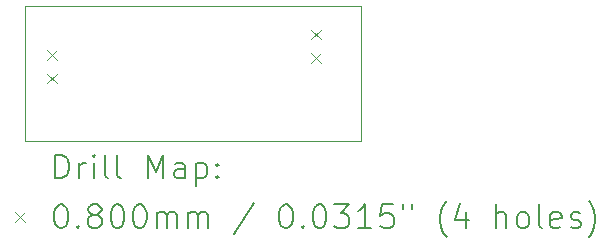
<source format=gbr>
%TF.GenerationSoftware,KiCad,Pcbnew,8.0.8*%
%TF.CreationDate,2025-01-23T18:16:16+08:00*%
%TF.ProjectId,5V24VBoostUp,35563234-5642-46f6-9f73-7455702e6b69,rev?*%
%TF.SameCoordinates,Original*%
%TF.FileFunction,Drillmap*%
%TF.FilePolarity,Positive*%
%FSLAX45Y45*%
G04 Gerber Fmt 4.5, Leading zero omitted, Abs format (unit mm)*
G04 Created by KiCad (PCBNEW 8.0.8) date 2025-01-23 18:16:16*
%MOMM*%
%LPD*%
G01*
G04 APERTURE LIST*
%ADD10C,0.050000*%
%ADD11C,0.200000*%
%ADD12C,0.100000*%
G04 APERTURE END LIST*
D10*
X13401040Y-6324600D02*
X16250920Y-6324600D01*
X16250920Y-7467600D01*
X13401040Y-7467600D01*
X13401040Y-6324600D01*
D11*
D12*
X13589640Y-6696880D02*
X13669640Y-6776880D01*
X13669640Y-6696880D02*
X13589640Y-6776880D01*
X13589640Y-6896880D02*
X13669640Y-6976880D01*
X13669640Y-6896880D02*
X13589640Y-6976880D01*
X15824840Y-6521480D02*
X15904840Y-6601480D01*
X15904840Y-6521480D02*
X15824840Y-6601480D01*
X15824840Y-6721480D02*
X15904840Y-6801480D01*
X15904840Y-6721480D02*
X15824840Y-6801480D01*
D11*
X13659317Y-7781584D02*
X13659317Y-7581584D01*
X13659317Y-7581584D02*
X13706936Y-7581584D01*
X13706936Y-7581584D02*
X13735507Y-7591108D01*
X13735507Y-7591108D02*
X13754555Y-7610155D01*
X13754555Y-7610155D02*
X13764079Y-7629203D01*
X13764079Y-7629203D02*
X13773602Y-7667298D01*
X13773602Y-7667298D02*
X13773602Y-7695869D01*
X13773602Y-7695869D02*
X13764079Y-7733965D01*
X13764079Y-7733965D02*
X13754555Y-7753012D01*
X13754555Y-7753012D02*
X13735507Y-7772060D01*
X13735507Y-7772060D02*
X13706936Y-7781584D01*
X13706936Y-7781584D02*
X13659317Y-7781584D01*
X13859317Y-7781584D02*
X13859317Y-7648250D01*
X13859317Y-7686346D02*
X13868841Y-7667298D01*
X13868841Y-7667298D02*
X13878364Y-7657774D01*
X13878364Y-7657774D02*
X13897412Y-7648250D01*
X13897412Y-7648250D02*
X13916460Y-7648250D01*
X13983126Y-7781584D02*
X13983126Y-7648250D01*
X13983126Y-7581584D02*
X13973602Y-7591108D01*
X13973602Y-7591108D02*
X13983126Y-7600631D01*
X13983126Y-7600631D02*
X13992650Y-7591108D01*
X13992650Y-7591108D02*
X13983126Y-7581584D01*
X13983126Y-7581584D02*
X13983126Y-7600631D01*
X14106936Y-7781584D02*
X14087888Y-7772060D01*
X14087888Y-7772060D02*
X14078364Y-7753012D01*
X14078364Y-7753012D02*
X14078364Y-7581584D01*
X14211698Y-7781584D02*
X14192650Y-7772060D01*
X14192650Y-7772060D02*
X14183126Y-7753012D01*
X14183126Y-7753012D02*
X14183126Y-7581584D01*
X14440269Y-7781584D02*
X14440269Y-7581584D01*
X14440269Y-7581584D02*
X14506936Y-7724441D01*
X14506936Y-7724441D02*
X14573602Y-7581584D01*
X14573602Y-7581584D02*
X14573602Y-7781584D01*
X14754555Y-7781584D02*
X14754555Y-7676822D01*
X14754555Y-7676822D02*
X14745031Y-7657774D01*
X14745031Y-7657774D02*
X14725983Y-7648250D01*
X14725983Y-7648250D02*
X14687888Y-7648250D01*
X14687888Y-7648250D02*
X14668841Y-7657774D01*
X14754555Y-7772060D02*
X14735507Y-7781584D01*
X14735507Y-7781584D02*
X14687888Y-7781584D01*
X14687888Y-7781584D02*
X14668841Y-7772060D01*
X14668841Y-7772060D02*
X14659317Y-7753012D01*
X14659317Y-7753012D02*
X14659317Y-7733965D01*
X14659317Y-7733965D02*
X14668841Y-7714917D01*
X14668841Y-7714917D02*
X14687888Y-7705393D01*
X14687888Y-7705393D02*
X14735507Y-7705393D01*
X14735507Y-7705393D02*
X14754555Y-7695869D01*
X14849793Y-7648250D02*
X14849793Y-7848250D01*
X14849793Y-7657774D02*
X14868841Y-7648250D01*
X14868841Y-7648250D02*
X14906936Y-7648250D01*
X14906936Y-7648250D02*
X14925983Y-7657774D01*
X14925983Y-7657774D02*
X14935507Y-7667298D01*
X14935507Y-7667298D02*
X14945031Y-7686346D01*
X14945031Y-7686346D02*
X14945031Y-7743488D01*
X14945031Y-7743488D02*
X14935507Y-7762536D01*
X14935507Y-7762536D02*
X14925983Y-7772060D01*
X14925983Y-7772060D02*
X14906936Y-7781584D01*
X14906936Y-7781584D02*
X14868841Y-7781584D01*
X14868841Y-7781584D02*
X14849793Y-7772060D01*
X15030745Y-7762536D02*
X15040269Y-7772060D01*
X15040269Y-7772060D02*
X15030745Y-7781584D01*
X15030745Y-7781584D02*
X15021222Y-7772060D01*
X15021222Y-7772060D02*
X15030745Y-7762536D01*
X15030745Y-7762536D02*
X15030745Y-7781584D01*
X15030745Y-7657774D02*
X15040269Y-7667298D01*
X15040269Y-7667298D02*
X15030745Y-7676822D01*
X15030745Y-7676822D02*
X15021222Y-7667298D01*
X15021222Y-7667298D02*
X15030745Y-7657774D01*
X15030745Y-7657774D02*
X15030745Y-7676822D01*
D12*
X13318540Y-8070100D02*
X13398540Y-8150100D01*
X13398540Y-8070100D02*
X13318540Y-8150100D01*
D11*
X13697412Y-8001584D02*
X13716460Y-8001584D01*
X13716460Y-8001584D02*
X13735507Y-8011108D01*
X13735507Y-8011108D02*
X13745031Y-8020631D01*
X13745031Y-8020631D02*
X13754555Y-8039679D01*
X13754555Y-8039679D02*
X13764079Y-8077774D01*
X13764079Y-8077774D02*
X13764079Y-8125393D01*
X13764079Y-8125393D02*
X13754555Y-8163488D01*
X13754555Y-8163488D02*
X13745031Y-8182536D01*
X13745031Y-8182536D02*
X13735507Y-8192060D01*
X13735507Y-8192060D02*
X13716460Y-8201584D01*
X13716460Y-8201584D02*
X13697412Y-8201584D01*
X13697412Y-8201584D02*
X13678364Y-8192060D01*
X13678364Y-8192060D02*
X13668841Y-8182536D01*
X13668841Y-8182536D02*
X13659317Y-8163488D01*
X13659317Y-8163488D02*
X13649793Y-8125393D01*
X13649793Y-8125393D02*
X13649793Y-8077774D01*
X13649793Y-8077774D02*
X13659317Y-8039679D01*
X13659317Y-8039679D02*
X13668841Y-8020631D01*
X13668841Y-8020631D02*
X13678364Y-8011108D01*
X13678364Y-8011108D02*
X13697412Y-8001584D01*
X13849793Y-8182536D02*
X13859317Y-8192060D01*
X13859317Y-8192060D02*
X13849793Y-8201584D01*
X13849793Y-8201584D02*
X13840269Y-8192060D01*
X13840269Y-8192060D02*
X13849793Y-8182536D01*
X13849793Y-8182536D02*
X13849793Y-8201584D01*
X13973602Y-8087298D02*
X13954555Y-8077774D01*
X13954555Y-8077774D02*
X13945031Y-8068250D01*
X13945031Y-8068250D02*
X13935507Y-8049203D01*
X13935507Y-8049203D02*
X13935507Y-8039679D01*
X13935507Y-8039679D02*
X13945031Y-8020631D01*
X13945031Y-8020631D02*
X13954555Y-8011108D01*
X13954555Y-8011108D02*
X13973602Y-8001584D01*
X13973602Y-8001584D02*
X14011698Y-8001584D01*
X14011698Y-8001584D02*
X14030745Y-8011108D01*
X14030745Y-8011108D02*
X14040269Y-8020631D01*
X14040269Y-8020631D02*
X14049793Y-8039679D01*
X14049793Y-8039679D02*
X14049793Y-8049203D01*
X14049793Y-8049203D02*
X14040269Y-8068250D01*
X14040269Y-8068250D02*
X14030745Y-8077774D01*
X14030745Y-8077774D02*
X14011698Y-8087298D01*
X14011698Y-8087298D02*
X13973602Y-8087298D01*
X13973602Y-8087298D02*
X13954555Y-8096822D01*
X13954555Y-8096822D02*
X13945031Y-8106346D01*
X13945031Y-8106346D02*
X13935507Y-8125393D01*
X13935507Y-8125393D02*
X13935507Y-8163488D01*
X13935507Y-8163488D02*
X13945031Y-8182536D01*
X13945031Y-8182536D02*
X13954555Y-8192060D01*
X13954555Y-8192060D02*
X13973602Y-8201584D01*
X13973602Y-8201584D02*
X14011698Y-8201584D01*
X14011698Y-8201584D02*
X14030745Y-8192060D01*
X14030745Y-8192060D02*
X14040269Y-8182536D01*
X14040269Y-8182536D02*
X14049793Y-8163488D01*
X14049793Y-8163488D02*
X14049793Y-8125393D01*
X14049793Y-8125393D02*
X14040269Y-8106346D01*
X14040269Y-8106346D02*
X14030745Y-8096822D01*
X14030745Y-8096822D02*
X14011698Y-8087298D01*
X14173602Y-8001584D02*
X14192650Y-8001584D01*
X14192650Y-8001584D02*
X14211698Y-8011108D01*
X14211698Y-8011108D02*
X14221222Y-8020631D01*
X14221222Y-8020631D02*
X14230745Y-8039679D01*
X14230745Y-8039679D02*
X14240269Y-8077774D01*
X14240269Y-8077774D02*
X14240269Y-8125393D01*
X14240269Y-8125393D02*
X14230745Y-8163488D01*
X14230745Y-8163488D02*
X14221222Y-8182536D01*
X14221222Y-8182536D02*
X14211698Y-8192060D01*
X14211698Y-8192060D02*
X14192650Y-8201584D01*
X14192650Y-8201584D02*
X14173602Y-8201584D01*
X14173602Y-8201584D02*
X14154555Y-8192060D01*
X14154555Y-8192060D02*
X14145031Y-8182536D01*
X14145031Y-8182536D02*
X14135507Y-8163488D01*
X14135507Y-8163488D02*
X14125983Y-8125393D01*
X14125983Y-8125393D02*
X14125983Y-8077774D01*
X14125983Y-8077774D02*
X14135507Y-8039679D01*
X14135507Y-8039679D02*
X14145031Y-8020631D01*
X14145031Y-8020631D02*
X14154555Y-8011108D01*
X14154555Y-8011108D02*
X14173602Y-8001584D01*
X14364079Y-8001584D02*
X14383126Y-8001584D01*
X14383126Y-8001584D02*
X14402174Y-8011108D01*
X14402174Y-8011108D02*
X14411698Y-8020631D01*
X14411698Y-8020631D02*
X14421222Y-8039679D01*
X14421222Y-8039679D02*
X14430745Y-8077774D01*
X14430745Y-8077774D02*
X14430745Y-8125393D01*
X14430745Y-8125393D02*
X14421222Y-8163488D01*
X14421222Y-8163488D02*
X14411698Y-8182536D01*
X14411698Y-8182536D02*
X14402174Y-8192060D01*
X14402174Y-8192060D02*
X14383126Y-8201584D01*
X14383126Y-8201584D02*
X14364079Y-8201584D01*
X14364079Y-8201584D02*
X14345031Y-8192060D01*
X14345031Y-8192060D02*
X14335507Y-8182536D01*
X14335507Y-8182536D02*
X14325983Y-8163488D01*
X14325983Y-8163488D02*
X14316460Y-8125393D01*
X14316460Y-8125393D02*
X14316460Y-8077774D01*
X14316460Y-8077774D02*
X14325983Y-8039679D01*
X14325983Y-8039679D02*
X14335507Y-8020631D01*
X14335507Y-8020631D02*
X14345031Y-8011108D01*
X14345031Y-8011108D02*
X14364079Y-8001584D01*
X14516460Y-8201584D02*
X14516460Y-8068250D01*
X14516460Y-8087298D02*
X14525983Y-8077774D01*
X14525983Y-8077774D02*
X14545031Y-8068250D01*
X14545031Y-8068250D02*
X14573603Y-8068250D01*
X14573603Y-8068250D02*
X14592650Y-8077774D01*
X14592650Y-8077774D02*
X14602174Y-8096822D01*
X14602174Y-8096822D02*
X14602174Y-8201584D01*
X14602174Y-8096822D02*
X14611698Y-8077774D01*
X14611698Y-8077774D02*
X14630745Y-8068250D01*
X14630745Y-8068250D02*
X14659317Y-8068250D01*
X14659317Y-8068250D02*
X14678364Y-8077774D01*
X14678364Y-8077774D02*
X14687888Y-8096822D01*
X14687888Y-8096822D02*
X14687888Y-8201584D01*
X14783126Y-8201584D02*
X14783126Y-8068250D01*
X14783126Y-8087298D02*
X14792650Y-8077774D01*
X14792650Y-8077774D02*
X14811698Y-8068250D01*
X14811698Y-8068250D02*
X14840269Y-8068250D01*
X14840269Y-8068250D02*
X14859317Y-8077774D01*
X14859317Y-8077774D02*
X14868841Y-8096822D01*
X14868841Y-8096822D02*
X14868841Y-8201584D01*
X14868841Y-8096822D02*
X14878364Y-8077774D01*
X14878364Y-8077774D02*
X14897412Y-8068250D01*
X14897412Y-8068250D02*
X14925983Y-8068250D01*
X14925983Y-8068250D02*
X14945031Y-8077774D01*
X14945031Y-8077774D02*
X14954555Y-8096822D01*
X14954555Y-8096822D02*
X14954555Y-8201584D01*
X15345031Y-7992060D02*
X15173603Y-8249203D01*
X15602174Y-8001584D02*
X15621222Y-8001584D01*
X15621222Y-8001584D02*
X15640269Y-8011108D01*
X15640269Y-8011108D02*
X15649793Y-8020631D01*
X15649793Y-8020631D02*
X15659317Y-8039679D01*
X15659317Y-8039679D02*
X15668841Y-8077774D01*
X15668841Y-8077774D02*
X15668841Y-8125393D01*
X15668841Y-8125393D02*
X15659317Y-8163488D01*
X15659317Y-8163488D02*
X15649793Y-8182536D01*
X15649793Y-8182536D02*
X15640269Y-8192060D01*
X15640269Y-8192060D02*
X15621222Y-8201584D01*
X15621222Y-8201584D02*
X15602174Y-8201584D01*
X15602174Y-8201584D02*
X15583126Y-8192060D01*
X15583126Y-8192060D02*
X15573603Y-8182536D01*
X15573603Y-8182536D02*
X15564079Y-8163488D01*
X15564079Y-8163488D02*
X15554555Y-8125393D01*
X15554555Y-8125393D02*
X15554555Y-8077774D01*
X15554555Y-8077774D02*
X15564079Y-8039679D01*
X15564079Y-8039679D02*
X15573603Y-8020631D01*
X15573603Y-8020631D02*
X15583126Y-8011108D01*
X15583126Y-8011108D02*
X15602174Y-8001584D01*
X15754555Y-8182536D02*
X15764079Y-8192060D01*
X15764079Y-8192060D02*
X15754555Y-8201584D01*
X15754555Y-8201584D02*
X15745031Y-8192060D01*
X15745031Y-8192060D02*
X15754555Y-8182536D01*
X15754555Y-8182536D02*
X15754555Y-8201584D01*
X15887888Y-8001584D02*
X15906936Y-8001584D01*
X15906936Y-8001584D02*
X15925984Y-8011108D01*
X15925984Y-8011108D02*
X15935507Y-8020631D01*
X15935507Y-8020631D02*
X15945031Y-8039679D01*
X15945031Y-8039679D02*
X15954555Y-8077774D01*
X15954555Y-8077774D02*
X15954555Y-8125393D01*
X15954555Y-8125393D02*
X15945031Y-8163488D01*
X15945031Y-8163488D02*
X15935507Y-8182536D01*
X15935507Y-8182536D02*
X15925984Y-8192060D01*
X15925984Y-8192060D02*
X15906936Y-8201584D01*
X15906936Y-8201584D02*
X15887888Y-8201584D01*
X15887888Y-8201584D02*
X15868841Y-8192060D01*
X15868841Y-8192060D02*
X15859317Y-8182536D01*
X15859317Y-8182536D02*
X15849793Y-8163488D01*
X15849793Y-8163488D02*
X15840269Y-8125393D01*
X15840269Y-8125393D02*
X15840269Y-8077774D01*
X15840269Y-8077774D02*
X15849793Y-8039679D01*
X15849793Y-8039679D02*
X15859317Y-8020631D01*
X15859317Y-8020631D02*
X15868841Y-8011108D01*
X15868841Y-8011108D02*
X15887888Y-8001584D01*
X16021222Y-8001584D02*
X16145031Y-8001584D01*
X16145031Y-8001584D02*
X16078365Y-8077774D01*
X16078365Y-8077774D02*
X16106936Y-8077774D01*
X16106936Y-8077774D02*
X16125984Y-8087298D01*
X16125984Y-8087298D02*
X16135507Y-8096822D01*
X16135507Y-8096822D02*
X16145031Y-8115869D01*
X16145031Y-8115869D02*
X16145031Y-8163488D01*
X16145031Y-8163488D02*
X16135507Y-8182536D01*
X16135507Y-8182536D02*
X16125984Y-8192060D01*
X16125984Y-8192060D02*
X16106936Y-8201584D01*
X16106936Y-8201584D02*
X16049793Y-8201584D01*
X16049793Y-8201584D02*
X16030746Y-8192060D01*
X16030746Y-8192060D02*
X16021222Y-8182536D01*
X16335507Y-8201584D02*
X16221222Y-8201584D01*
X16278365Y-8201584D02*
X16278365Y-8001584D01*
X16278365Y-8001584D02*
X16259317Y-8030155D01*
X16259317Y-8030155D02*
X16240269Y-8049203D01*
X16240269Y-8049203D02*
X16221222Y-8058727D01*
X16516460Y-8001584D02*
X16421222Y-8001584D01*
X16421222Y-8001584D02*
X16411698Y-8096822D01*
X16411698Y-8096822D02*
X16421222Y-8087298D01*
X16421222Y-8087298D02*
X16440269Y-8077774D01*
X16440269Y-8077774D02*
X16487888Y-8077774D01*
X16487888Y-8077774D02*
X16506936Y-8087298D01*
X16506936Y-8087298D02*
X16516460Y-8096822D01*
X16516460Y-8096822D02*
X16525984Y-8115869D01*
X16525984Y-8115869D02*
X16525984Y-8163488D01*
X16525984Y-8163488D02*
X16516460Y-8182536D01*
X16516460Y-8182536D02*
X16506936Y-8192060D01*
X16506936Y-8192060D02*
X16487888Y-8201584D01*
X16487888Y-8201584D02*
X16440269Y-8201584D01*
X16440269Y-8201584D02*
X16421222Y-8192060D01*
X16421222Y-8192060D02*
X16411698Y-8182536D01*
X16602174Y-8001584D02*
X16602174Y-8039679D01*
X16678365Y-8001584D02*
X16678365Y-8039679D01*
X16973603Y-8277774D02*
X16964079Y-8268250D01*
X16964079Y-8268250D02*
X16945031Y-8239679D01*
X16945031Y-8239679D02*
X16935508Y-8220631D01*
X16935508Y-8220631D02*
X16925984Y-8192060D01*
X16925984Y-8192060D02*
X16916460Y-8144441D01*
X16916460Y-8144441D02*
X16916460Y-8106346D01*
X16916460Y-8106346D02*
X16925984Y-8058727D01*
X16925984Y-8058727D02*
X16935508Y-8030155D01*
X16935508Y-8030155D02*
X16945031Y-8011108D01*
X16945031Y-8011108D02*
X16964079Y-7982536D01*
X16964079Y-7982536D02*
X16973603Y-7973012D01*
X17135508Y-8068250D02*
X17135508Y-8201584D01*
X17087889Y-7992060D02*
X17040270Y-8134917D01*
X17040270Y-8134917D02*
X17164079Y-8134917D01*
X17392651Y-8201584D02*
X17392651Y-8001584D01*
X17478365Y-8201584D02*
X17478365Y-8096822D01*
X17478365Y-8096822D02*
X17468841Y-8077774D01*
X17468841Y-8077774D02*
X17449793Y-8068250D01*
X17449793Y-8068250D02*
X17421222Y-8068250D01*
X17421222Y-8068250D02*
X17402174Y-8077774D01*
X17402174Y-8077774D02*
X17392651Y-8087298D01*
X17602174Y-8201584D02*
X17583127Y-8192060D01*
X17583127Y-8192060D02*
X17573603Y-8182536D01*
X17573603Y-8182536D02*
X17564079Y-8163488D01*
X17564079Y-8163488D02*
X17564079Y-8106346D01*
X17564079Y-8106346D02*
X17573603Y-8087298D01*
X17573603Y-8087298D02*
X17583127Y-8077774D01*
X17583127Y-8077774D02*
X17602174Y-8068250D01*
X17602174Y-8068250D02*
X17630746Y-8068250D01*
X17630746Y-8068250D02*
X17649793Y-8077774D01*
X17649793Y-8077774D02*
X17659317Y-8087298D01*
X17659317Y-8087298D02*
X17668841Y-8106346D01*
X17668841Y-8106346D02*
X17668841Y-8163488D01*
X17668841Y-8163488D02*
X17659317Y-8182536D01*
X17659317Y-8182536D02*
X17649793Y-8192060D01*
X17649793Y-8192060D02*
X17630746Y-8201584D01*
X17630746Y-8201584D02*
X17602174Y-8201584D01*
X17783127Y-8201584D02*
X17764079Y-8192060D01*
X17764079Y-8192060D02*
X17754555Y-8173012D01*
X17754555Y-8173012D02*
X17754555Y-8001584D01*
X17935508Y-8192060D02*
X17916460Y-8201584D01*
X17916460Y-8201584D02*
X17878365Y-8201584D01*
X17878365Y-8201584D02*
X17859317Y-8192060D01*
X17859317Y-8192060D02*
X17849793Y-8173012D01*
X17849793Y-8173012D02*
X17849793Y-8096822D01*
X17849793Y-8096822D02*
X17859317Y-8077774D01*
X17859317Y-8077774D02*
X17878365Y-8068250D01*
X17878365Y-8068250D02*
X17916460Y-8068250D01*
X17916460Y-8068250D02*
X17935508Y-8077774D01*
X17935508Y-8077774D02*
X17945032Y-8096822D01*
X17945032Y-8096822D02*
X17945032Y-8115869D01*
X17945032Y-8115869D02*
X17849793Y-8134917D01*
X18021222Y-8192060D02*
X18040270Y-8201584D01*
X18040270Y-8201584D02*
X18078365Y-8201584D01*
X18078365Y-8201584D02*
X18097413Y-8192060D01*
X18097413Y-8192060D02*
X18106936Y-8173012D01*
X18106936Y-8173012D02*
X18106936Y-8163488D01*
X18106936Y-8163488D02*
X18097413Y-8144441D01*
X18097413Y-8144441D02*
X18078365Y-8134917D01*
X18078365Y-8134917D02*
X18049793Y-8134917D01*
X18049793Y-8134917D02*
X18030746Y-8125393D01*
X18030746Y-8125393D02*
X18021222Y-8106346D01*
X18021222Y-8106346D02*
X18021222Y-8096822D01*
X18021222Y-8096822D02*
X18030746Y-8077774D01*
X18030746Y-8077774D02*
X18049793Y-8068250D01*
X18049793Y-8068250D02*
X18078365Y-8068250D01*
X18078365Y-8068250D02*
X18097413Y-8077774D01*
X18173603Y-8277774D02*
X18183127Y-8268250D01*
X18183127Y-8268250D02*
X18202174Y-8239679D01*
X18202174Y-8239679D02*
X18211698Y-8220631D01*
X18211698Y-8220631D02*
X18221222Y-8192060D01*
X18221222Y-8192060D02*
X18230746Y-8144441D01*
X18230746Y-8144441D02*
X18230746Y-8106346D01*
X18230746Y-8106346D02*
X18221222Y-8058727D01*
X18221222Y-8058727D02*
X18211698Y-8030155D01*
X18211698Y-8030155D02*
X18202174Y-8011108D01*
X18202174Y-8011108D02*
X18183127Y-7982536D01*
X18183127Y-7982536D02*
X18173603Y-7973012D01*
M02*

</source>
